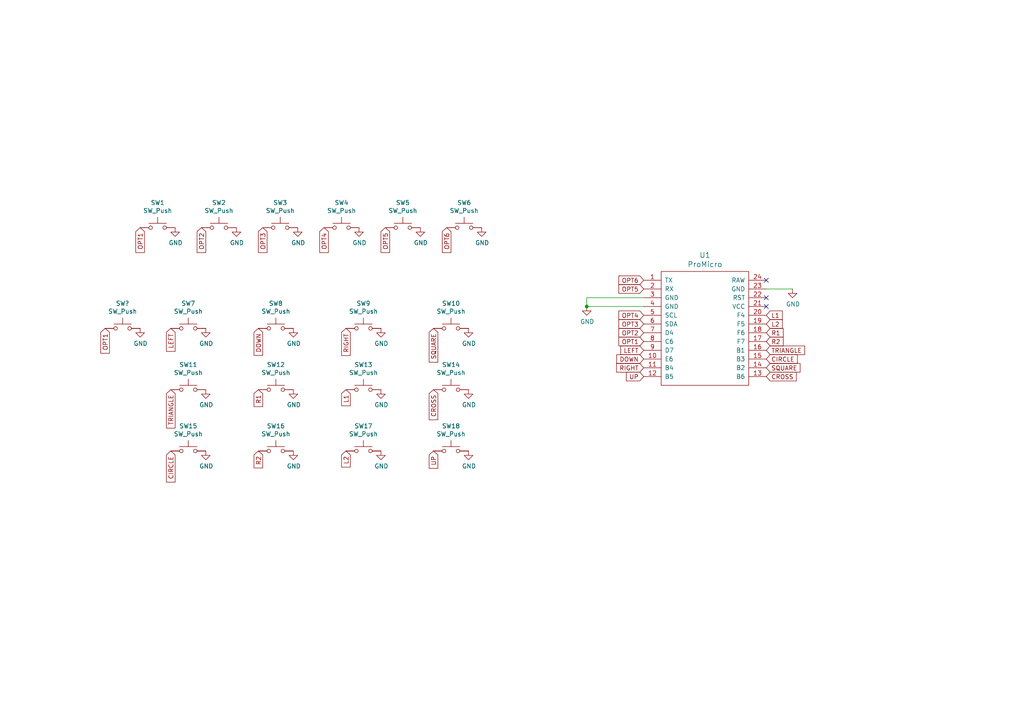
<source format=kicad_sch>
(kicad_sch (version 20211123) (generator eeschema)

  (uuid eb0d7aba-9d1d-4c08-8c07-1918544c3f39)

  (paper "A4")

  (lib_symbols
    (symbol "ProMicro:ProMicro" (pin_names (offset 1.016)) (in_bom yes) (on_board yes)
      (property "Reference" "U" (id 0) (at 0 24.13 0)
        (effects (font (size 1.524 1.524)))
      )
      (property "Value" "ProMicro" (id 1) (at 0 -13.97 0)
        (effects (font (size 1.524 1.524)))
      )
      (property "Footprint" "" (id 2) (at 2.54 -26.67 0)
        (effects (font (size 1.524 1.524)))
      )
      (property "Datasheet" "" (id 3) (at 2.54 -26.67 0)
        (effects (font (size 1.524 1.524)))
      )
      (symbol "ProMicro_0_1"
        (rectangle (start -12.7 21.59) (end 12.7 -11.43)
          (stroke (width 0) (type default) (color 0 0 0 0))
          (fill (type none))
        )
      )
      (symbol "ProMicro_1_1"
        (pin bidirectional line (at -17.78 19.05 0) (length 5.08)
          (name "TX" (effects (font (size 1.27 1.27))))
          (number "1" (effects (font (size 1.27 1.27))))
        )
        (pin bidirectional line (at -17.78 -3.81 0) (length 5.08)
          (name "E6" (effects (font (size 1.27 1.27))))
          (number "10" (effects (font (size 1.27 1.27))))
        )
        (pin bidirectional line (at -17.78 -6.35 0) (length 5.08)
          (name "B4" (effects (font (size 1.27 1.27))))
          (number "11" (effects (font (size 1.27 1.27))))
        )
        (pin bidirectional line (at -17.78 -8.89 0) (length 5.08)
          (name "B5" (effects (font (size 1.27 1.27))))
          (number "12" (effects (font (size 1.27 1.27))))
        )
        (pin bidirectional line (at 17.78 -8.89 180) (length 5.08)
          (name "B6" (effects (font (size 1.27 1.27))))
          (number "13" (effects (font (size 1.27 1.27))))
        )
        (pin bidirectional line (at 17.78 -6.35 180) (length 5.08)
          (name "B2" (effects (font (size 1.27 1.27))))
          (number "14" (effects (font (size 1.27 1.27))))
        )
        (pin bidirectional line (at 17.78 -3.81 180) (length 5.08)
          (name "B3" (effects (font (size 1.27 1.27))))
          (number "15" (effects (font (size 1.27 1.27))))
        )
        (pin bidirectional line (at 17.78 -1.27 180) (length 5.08)
          (name "B1" (effects (font (size 1.27 1.27))))
          (number "16" (effects (font (size 1.27 1.27))))
        )
        (pin bidirectional line (at 17.78 1.27 180) (length 5.08)
          (name "F7" (effects (font (size 1.27 1.27))))
          (number "17" (effects (font (size 1.27 1.27))))
        )
        (pin bidirectional line (at 17.78 3.81 180) (length 5.08)
          (name "F6" (effects (font (size 1.27 1.27))))
          (number "18" (effects (font (size 1.27 1.27))))
        )
        (pin bidirectional line (at 17.78 6.35 180) (length 5.08)
          (name "F5" (effects (font (size 1.27 1.27))))
          (number "19" (effects (font (size 1.27 1.27))))
        )
        (pin bidirectional line (at -17.78 16.51 0) (length 5.08)
          (name "RX" (effects (font (size 1.27 1.27))))
          (number "2" (effects (font (size 1.27 1.27))))
        )
        (pin bidirectional line (at 17.78 8.89 180) (length 5.08)
          (name "F4" (effects (font (size 1.27 1.27))))
          (number "20" (effects (font (size 1.27 1.27))))
        )
        (pin power_in line (at 17.78 11.43 180) (length 5.08)
          (name "VCC" (effects (font (size 1.27 1.27))))
          (number "21" (effects (font (size 1.27 1.27))))
        )
        (pin input line (at 17.78 13.97 180) (length 5.08)
          (name "RST" (effects (font (size 1.27 1.27))))
          (number "22" (effects (font (size 1.27 1.27))))
        )
        (pin power_in line (at 17.78 16.51 180) (length 5.08)
          (name "GND" (effects (font (size 1.27 1.27))))
          (number "23" (effects (font (size 1.27 1.27))))
        )
        (pin power_out line (at 17.78 19.05 180) (length 5.08)
          (name "RAW" (effects (font (size 1.27 1.27))))
          (number "24" (effects (font (size 1.27 1.27))))
        )
        (pin power_in line (at -17.78 13.97 0) (length 5.08)
          (name "GND" (effects (font (size 1.27 1.27))))
          (number "3" (effects (font (size 1.27 1.27))))
        )
        (pin power_in line (at -17.78 11.43 0) (length 5.08)
          (name "GND" (effects (font (size 1.27 1.27))))
          (number "4" (effects (font (size 1.27 1.27))))
        )
        (pin bidirectional line (at -17.78 8.89 0) (length 5.08)
          (name "SCL" (effects (font (size 1.27 1.27))))
          (number "5" (effects (font (size 1.27 1.27))))
        )
        (pin bidirectional line (at -17.78 6.35 0) (length 5.08)
          (name "SDA" (effects (font (size 1.27 1.27))))
          (number "6" (effects (font (size 1.27 1.27))))
        )
        (pin bidirectional line (at -17.78 3.81 0) (length 5.08)
          (name "D4" (effects (font (size 1.27 1.27))))
          (number "7" (effects (font (size 1.27 1.27))))
        )
        (pin bidirectional line (at -17.78 1.27 0) (length 5.08)
          (name "C6" (effects (font (size 1.27 1.27))))
          (number "8" (effects (font (size 1.27 1.27))))
        )
        (pin bidirectional line (at -17.78 -1.27 0) (length 5.08)
          (name "D7" (effects (font (size 1.27 1.27))))
          (number "9" (effects (font (size 1.27 1.27))))
        )
      )
    )
    (symbol "Switch:SW_Push" (pin_numbers hide) (pin_names (offset 1.016) hide) (in_bom yes) (on_board yes)
      (property "Reference" "SW" (id 0) (at 1.27 2.54 0)
        (effects (font (size 1.27 1.27)) (justify left))
      )
      (property "Value" "SW_Push" (id 1) (at 0 -1.524 0)
        (effects (font (size 1.27 1.27)))
      )
      (property "Footprint" "" (id 2) (at 0 5.08 0)
        (effects (font (size 1.27 1.27)) hide)
      )
      (property "Datasheet" "~" (id 3) (at 0 5.08 0)
        (effects (font (size 1.27 1.27)) hide)
      )
      (property "ki_keywords" "switch normally-open pushbutton push-button" (id 4) (at 0 0 0)
        (effects (font (size 1.27 1.27)) hide)
      )
      (property "ki_description" "Push button switch, generic, two pins" (id 5) (at 0 0 0)
        (effects (font (size 1.27 1.27)) hide)
      )
      (symbol "SW_Push_0_1"
        (circle (center -2.032 0) (radius 0.508)
          (stroke (width 0) (type default) (color 0 0 0 0))
          (fill (type none))
        )
        (polyline
          (pts
            (xy 0 1.27)
            (xy 0 3.048)
          )
          (stroke (width 0) (type default) (color 0 0 0 0))
          (fill (type none))
        )
        (polyline
          (pts
            (xy 2.54 1.27)
            (xy -2.54 1.27)
          )
          (stroke (width 0) (type default) (color 0 0 0 0))
          (fill (type none))
        )
        (circle (center 2.032 0) (radius 0.508)
          (stroke (width 0) (type default) (color 0 0 0 0))
          (fill (type none))
        )
        (pin passive line (at -5.08 0 0) (length 2.54)
          (name "1" (effects (font (size 1.27 1.27))))
          (number "1" (effects (font (size 1.27 1.27))))
        )
        (pin passive line (at 5.08 0 180) (length 2.54)
          (name "2" (effects (font (size 1.27 1.27))))
          (number "2" (effects (font (size 1.27 1.27))))
        )
      )
    )
    (symbol "power:GND" (power) (pin_names (offset 0)) (in_bom yes) (on_board yes)
      (property "Reference" "#PWR" (id 0) (at 0 -6.35 0)
        (effects (font (size 1.27 1.27)) hide)
      )
      (property "Value" "GND" (id 1) (at 0 -3.81 0)
        (effects (font (size 1.27 1.27)))
      )
      (property "Footprint" "" (id 2) (at 0 0 0)
        (effects (font (size 1.27 1.27)) hide)
      )
      (property "Datasheet" "" (id 3) (at 0 0 0)
        (effects (font (size 1.27 1.27)) hide)
      )
      (property "ki_keywords" "power-flag" (id 4) (at 0 0 0)
        (effects (font (size 1.27 1.27)) hide)
      )
      (property "ki_description" "Power symbol creates a global label with name \"GND\" , ground" (id 5) (at 0 0 0)
        (effects (font (size 1.27 1.27)) hide)
      )
      (symbol "GND_0_1"
        (polyline
          (pts
            (xy 0 0)
            (xy 0 -1.27)
            (xy 1.27 -1.27)
            (xy 0 -2.54)
            (xy -1.27 -1.27)
            (xy 0 -1.27)
          )
          (stroke (width 0) (type default) (color 0 0 0 0))
          (fill (type none))
        )
      )
      (symbol "GND_1_1"
        (pin power_in line (at 0 0 270) (length 0) hide
          (name "GND" (effects (font (size 1.27 1.27))))
          (number "1" (effects (font (size 1.27 1.27))))
        )
      )
    )
  )

  (junction (at 170.18 88.9) (diameter 0) (color 0 0 0 0)
    (uuid 9397be4c-55a4-4195-b561-45e1965650cb)
  )

  (no_connect (at 222.25 81.28) (uuid 238584b9-686b-4ce1-8d0a-e82ff8147448))
  (no_connect (at 222.25 88.9) (uuid 46b9b8d4-056f-4085-b3ee-f4c877f78e2c))
  (no_connect (at 222.25 86.36) (uuid 82d762ae-d9b6-4f0a-8680-341cea44a04f))

  (wire (pts (xy 170.18 88.9) (xy 186.69 88.9))
    (stroke (width 0) (type default) (color 0 0 0 0))
    (uuid 0b62f18d-5693-408d-8604-8a518065ae4e)
  )
  (wire (pts (xy 170.18 86.36) (xy 186.69 86.36))
    (stroke (width 0) (type default) (color 0 0 0 0))
    (uuid 17da2aaf-a2f2-47a1-a4d9-7a64e7df08d8)
  )
  (wire (pts (xy 170.18 86.36) (xy 170.18 88.9))
    (stroke (width 0) (type default) (color 0 0 0 0))
    (uuid 1c074a58-821c-43ab-971c-9c34930def9c)
  )
  (wire (pts (xy 222.25 83.82) (xy 229.87 83.82))
    (stroke (width 0) (type default) (color 0 0 0 0))
    (uuid b1fbf8b1-2128-4b96-907e-92eff8008252)
  )

  (global_label "OPT6" (shape input) (at 186.69 81.28 180) (fields_autoplaced)
    (effects (font (size 1.27 1.27)) (justify right))
    (uuid 02e27ee6-4181-4de3-b710-0b2ea93e759e)
    (property "Intersheet References" "${INTERSHEET_REFS}" (id 0) (at 0 0 0)
      (effects (font (size 1.27 1.27)) hide)
    )
  )
  (global_label "OPT4" (shape input) (at 186.69 91.44 180) (fields_autoplaced)
    (effects (font (size 1.27 1.27)) (justify right))
    (uuid 1628d288-e051-46f8-9cdc-1a47da2f561b)
    (property "Intersheet References" "${INTERSHEET_REFS}" (id 0) (at 0 0 0)
      (effects (font (size 1.27 1.27)) hide)
    )
  )
  (global_label "SQUARE" (shape input) (at 222.25 106.68 0) (fields_autoplaced)
    (effects (font (size 1.27 1.27)) (justify left))
    (uuid 164ff5a8-d646-4c3d-99dd-d57695b2b0c4)
    (property "Intersheet References" "${INTERSHEET_REFS}" (id 0) (at 0 0 0)
      (effects (font (size 1.27 1.27)) hide)
    )
  )
  (global_label "RIGHT" (shape input) (at 100.33 95.25 270) (fields_autoplaced)
    (effects (font (size 1.27 1.27)) (justify right))
    (uuid 1acb4d8b-4b58-4445-9cd9-ec1824c1be87)
    (property "Intersheet References" "${INTERSHEET_REFS}" (id 0) (at 0 0 0)
      (effects (font (size 1.27 1.27)) hide)
    )
  )
  (global_label "DOWN" (shape input) (at 186.69 104.14 180) (fields_autoplaced)
    (effects (font (size 1.27 1.27)) (justify right))
    (uuid 22cdea5c-9a3b-44d9-bf11-5197a87f5adf)
    (property "Intersheet References" "${INTERSHEET_REFS}" (id 0) (at 0 0 0)
      (effects (font (size 1.27 1.27)) hide)
    )
  )
  (global_label "LEFT" (shape input) (at 49.53 95.25 270) (fields_autoplaced)
    (effects (font (size 1.27 1.27)) (justify right))
    (uuid 3402a745-f3ee-4d2d-be22-c14474bd87c0)
    (property "Intersheet References" "${INTERSHEET_REFS}" (id 0) (at 0 0 0)
      (effects (font (size 1.27 1.27)) hide)
    )
  )
  (global_label "OPT2" (shape input) (at 186.69 96.52 180) (fields_autoplaced)
    (effects (font (size 1.27 1.27)) (justify right))
    (uuid 43c290e5-059d-4245-b1a7-1d4543e75899)
    (property "Intersheet References" "${INTERSHEET_REFS}" (id 0) (at 0 0 0)
      (effects (font (size 1.27 1.27)) hide)
    )
  )
  (global_label "UP" (shape input) (at 125.73 130.81 270) (fields_autoplaced)
    (effects (font (size 1.27 1.27)) (justify right))
    (uuid 43d19ca3-58dd-4672-b426-d879076dcc05)
    (property "Intersheet References" "${INTERSHEET_REFS}" (id 0) (at 0 0 0)
      (effects (font (size 1.27 1.27)) hide)
    )
  )
  (global_label "L2" (shape input) (at 100.33 130.81 270) (fields_autoplaced)
    (effects (font (size 1.27 1.27)) (justify right))
    (uuid 448530e5-0d1e-4a37-8daa-ba5a4b9b4ee7)
    (property "Intersheet References" "${INTERSHEET_REFS}" (id 0) (at 0 0 0)
      (effects (font (size 1.27 1.27)) hide)
    )
  )
  (global_label "CROSS" (shape input) (at 222.25 109.22 0) (fields_autoplaced)
    (effects (font (size 1.27 1.27)) (justify left))
    (uuid 46d58943-6202-4480-a7d0-7e5e655225c3)
    (property "Intersheet References" "${INTERSHEET_REFS}" (id 0) (at 0 0 0)
      (effects (font (size 1.27 1.27)) hide)
    )
  )
  (global_label "OPT5" (shape input) (at 111.76 66.04 270) (fields_autoplaced)
    (effects (font (size 1.27 1.27)) (justify right))
    (uuid 49e4c685-76ec-479f-b1d0-c3f5966d5590)
    (property "Intersheet References" "${INTERSHEET_REFS}" (id 0) (at 0 0 0)
      (effects (font (size 1.27 1.27)) hide)
    )
  )
  (global_label "TRIANGLE" (shape input) (at 222.25 101.6 0) (fields_autoplaced)
    (effects (font (size 1.27 1.27)) (justify left))
    (uuid 4c550feb-6b23-4e76-9859-0d01aea4f7fc)
    (property "Intersheet References" "${INTERSHEET_REFS}" (id 0) (at 0 0 0)
      (effects (font (size 1.27 1.27)) hide)
    )
  )
  (global_label "OPT6" (shape input) (at 129.54 66.04 270) (fields_autoplaced)
    (effects (font (size 1.27 1.27)) (justify right))
    (uuid 4f8e0dd7-a44e-45ac-962b-5b10e0faae6b)
    (property "Intersheet References" "${INTERSHEET_REFS}" (id 0) (at 0 0 0)
      (effects (font (size 1.27 1.27)) hide)
    )
  )
  (global_label "OPT4" (shape input) (at 93.98 66.04 270) (fields_autoplaced)
    (effects (font (size 1.27 1.27)) (justify right))
    (uuid 5575a6ec-5e03-442c-a090-354ce8b7d0d0)
    (property "Intersheet References" "${INTERSHEET_REFS}" (id 0) (at 0 0 0)
      (effects (font (size 1.27 1.27)) hide)
    )
  )
  (global_label "OPT3" (shape input) (at 76.2 66.04 270) (fields_autoplaced)
    (effects (font (size 1.27 1.27)) (justify right))
    (uuid 5ce58bc3-0b8e-46ad-83d6-27f05b340cbd)
    (property "Intersheet References" "${INTERSHEET_REFS}" (id 0) (at 0 0 0)
      (effects (font (size 1.27 1.27)) hide)
    )
  )
  (global_label "UP" (shape input) (at 186.69 109.22 180) (fields_autoplaced)
    (effects (font (size 1.27 1.27)) (justify right))
    (uuid 65a5a91e-0d7a-470f-a495-3853957c9f45)
    (property "Intersheet References" "${INTERSHEET_REFS}" (id 0) (at 0 0 0)
      (effects (font (size 1.27 1.27)) hide)
    )
  )
  (global_label "SQUARE" (shape input) (at 125.73 95.25 270) (fields_autoplaced)
    (effects (font (size 1.27 1.27)) (justify right))
    (uuid 6d769994-a17c-4fc1-b0d7-f1315219860e)
    (property "Intersheet References" "${INTERSHEET_REFS}" (id 0) (at 0 0 0)
      (effects (font (size 1.27 1.27)) hide)
    )
  )
  (global_label "RIGHT" (shape input) (at 186.69 106.68 180) (fields_autoplaced)
    (effects (font (size 1.27 1.27)) (justify right))
    (uuid 7820d916-d9cd-4eb7-b73b-4c6bf39437a0)
    (property "Intersheet References" "${INTERSHEET_REFS}" (id 0) (at 0 0 0)
      (effects (font (size 1.27 1.27)) hide)
    )
  )
  (global_label "R2" (shape input) (at 222.25 99.06 0) (fields_autoplaced)
    (effects (font (size 1.27 1.27)) (justify left))
    (uuid 8abf9c5d-ea02-464a-ac26-0a0f95ca1952)
    (property "Intersheet References" "${INTERSHEET_REFS}" (id 0) (at 0 0 0)
      (effects (font (size 1.27 1.27)) hide)
    )
  )
  (global_label "R1" (shape input) (at 222.25 96.52 0) (fields_autoplaced)
    (effects (font (size 1.27 1.27)) (justify left))
    (uuid 9277fbb3-12c2-4cb2-83bf-c21424f327ec)
    (property "Intersheet References" "${INTERSHEET_REFS}" (id 0) (at 0 0 0)
      (effects (font (size 1.27 1.27)) hide)
    )
  )
  (global_label "R1" (shape input) (at 74.93 113.03 270) (fields_autoplaced)
    (effects (font (size 1.27 1.27)) (justify right))
    (uuid 95b32bf0-65f3-426c-a9ed-8e1936af7bee)
    (property "Intersheet References" "${INTERSHEET_REFS}" (id 0) (at 0 0 0)
      (effects (font (size 1.27 1.27)) hide)
    )
  )
  (global_label "OPT1" (shape input) (at 186.69 99.06 180) (fields_autoplaced)
    (effects (font (size 1.27 1.27)) (justify right))
    (uuid 9c84f8d0-4ffb-4127-951e-65f1fa65e69b)
    (property "Intersheet References" "${INTERSHEET_REFS}" (id 0) (at 0 0 0)
      (effects (font (size 1.27 1.27)) hide)
    )
  )
  (global_label "L2" (shape input) (at 222.25 93.98 0) (fields_autoplaced)
    (effects (font (size 1.27 1.27)) (justify left))
    (uuid a0eb2656-33f8-4544-836b-d71f27d12c84)
    (property "Intersheet References" "${INTERSHEET_REFS}" (id 0) (at 0 0 0)
      (effects (font (size 1.27 1.27)) hide)
    )
  )
  (global_label "OPT1" (shape input) (at 40.64 66.04 270) (fields_autoplaced)
    (effects (font (size 1.27 1.27)) (justify right))
    (uuid ab1180fa-c484-4ae7-b260-a92e280f1043)
    (property "Intersheet References" "${INTERSHEET_REFS}" (id 0) (at 0 0 0)
      (effects (font (size 1.27 1.27)) hide)
    )
  )
  (global_label "CIRCLE" (shape input) (at 49.53 130.81 270) (fields_autoplaced)
    (effects (font (size 1.27 1.27)) (justify right))
    (uuid ad758bf6-4a38-484e-8d93-4ba1ca27e5b2)
    (property "Intersheet References" "${INTERSHEET_REFS}" (id 0) (at 0 0 0)
      (effects (font (size 1.27 1.27)) hide)
    )
  )
  (global_label "DOWN" (shape input) (at 74.93 95.25 270) (fields_autoplaced)
    (effects (font (size 1.27 1.27)) (justify right))
    (uuid be7bf306-ca2f-4ff2-ae08-02d78c22b7d0)
    (property "Intersheet References" "${INTERSHEET_REFS}" (id 0) (at 0 0 0)
      (effects (font (size 1.27 1.27)) hide)
    )
  )
  (global_label "LEFT" (shape input) (at 186.69 101.6 180) (fields_autoplaced)
    (effects (font (size 1.27 1.27)) (justify right))
    (uuid c3617240-2d91-4faa-85a8-f690f621d4ce)
    (property "Intersheet References" "${INTERSHEET_REFS}" (id 0) (at 0 0 0)
      (effects (font (size 1.27 1.27)) hide)
    )
  )
  (global_label "L1" (shape input) (at 100.33 113.03 270) (fields_autoplaced)
    (effects (font (size 1.27 1.27)) (justify right))
    (uuid cda2a556-ee91-4af0-a605-9d65c3ed2802)
    (property "Intersheet References" "${INTERSHEET_REFS}" (id 0) (at 0 0 0)
      (effects (font (size 1.27 1.27)) hide)
    )
  )
  (global_label "OPT5" (shape input) (at 186.69 83.82 180) (fields_autoplaced)
    (effects (font (size 1.27 1.27)) (justify right))
    (uuid d087e1da-8620-46e1-94aa-68a639bd3cd8)
    (property "Intersheet References" "${INTERSHEET_REFS}" (id 0) (at 0 0 0)
      (effects (font (size 1.27 1.27)) hide)
    )
  )
  (global_label "CIRCLE" (shape input) (at 222.25 104.14 0) (fields_autoplaced)
    (effects (font (size 1.27 1.27)) (justify left))
    (uuid d42f9a3d-65fc-471a-af2d-102ad8d71cc4)
    (property "Intersheet References" "${INTERSHEET_REFS}" (id 0) (at 0 0 0)
      (effects (font (size 1.27 1.27)) hide)
    )
  )
  (global_label "R2" (shape input) (at 74.93 130.81 270) (fields_autoplaced)
    (effects (font (size 1.27 1.27)) (justify right))
    (uuid d60d36c0-b4e0-452f-b4b9-9c730d73ef6e)
    (property "Intersheet References" "${INTERSHEET_REFS}" (id 0) (at 0 0 0)
      (effects (font (size 1.27 1.27)) hide)
    )
  )
  (global_label "TRIANGLE" (shape input) (at 49.53 113.03 270) (fields_autoplaced)
    (effects (font (size 1.27 1.27)) (justify right))
    (uuid de938d01-58d7-46db-b59d-b6f3485288b4)
    (property "Intersheet References" "${INTERSHEET_REFS}" (id 0) (at 0 0 0)
      (effects (font (size 1.27 1.27)) hide)
    )
  )
  (global_label "OPT3" (shape input) (at 186.69 93.98 180) (fields_autoplaced)
    (effects (font (size 1.27 1.27)) (justify right))
    (uuid ec6008cc-6d6c-4edf-8d7c-f40b935b0ae1)
    (property "Intersheet References" "${INTERSHEET_REFS}" (id 0) (at 0 0 0)
      (effects (font (size 1.27 1.27)) hide)
    )
  )
  (global_label "OPT2" (shape input) (at 58.42 66.04 270) (fields_autoplaced)
    (effects (font (size 1.27 1.27)) (justify right))
    (uuid eca6a393-8548-460f-b4ed-d69f3e6eb7dd)
    (property "Intersheet References" "${INTERSHEET_REFS}" (id 0) (at 0 0 0)
      (effects (font (size 1.27 1.27)) hide)
    )
  )
  (global_label "L1" (shape input) (at 222.25 91.44 0) (fields_autoplaced)
    (effects (font (size 1.27 1.27)) (justify left))
    (uuid ee5ddbd9-fb30-4c66-9989-8110ece7e990)
    (property "Intersheet References" "${INTERSHEET_REFS}" (id 0) (at 0 0 0)
      (effects (font (size 1.27 1.27)) hide)
    )
  )
  (global_label "CROSS" (shape input) (at 125.73 113.03 270) (fields_autoplaced)
    (effects (font (size 1.27 1.27)) (justify right))
    (uuid f3729d26-e1ad-4491-9b0f-46f08758de1f)
    (property "Intersheet References" "${INTERSHEET_REFS}" (id 0) (at 0 0 0)
      (effects (font (size 1.27 1.27)) hide)
    )
  )
  (global_label "OPT1" (shape input) (at 30.48 95.25 270) (fields_autoplaced)
    (effects (font (size 1.27 1.27)) (justify right))
    (uuid f39e1659-ea83-4d29-b8a8-42bbb49e3528)
    (property "Intersheet References" "${INTERSHEET_REFS}" (id 0) (at 30.4006 102.3518 90)
      (effects (font (size 1.27 1.27)) (justify right) hide)
    )
  )

  (symbol (lib_id "Switch:SW_Push") (at 45.72 66.04 0) (unit 1)
    (in_bom yes) (on_board yes)
    (uuid 00000000-0000-0000-0000-000060e24ed8)
    (property "Reference" "SW1" (id 0) (at 45.72 58.801 0))
    (property "Value" "" (id 1) (at 45.72 61.1124 0))
    (property "Footprint" "Button_Switch_THT:SW_PUSH_6mm_H5mm" (id 2) (at 45.72 60.96 0)
      (effects (font (size 1.27 1.27)) hide)
    )
    (property "Datasheet" "~" (id 3) (at 45.72 60.96 0)
      (effects (font (size 1.27 1.27)) hide)
    )
    (pin "1" (uuid d8abdd83-8277-4fe6-8ec8-4914b4dd44ad))
    (pin "2" (uuid bcbbb500-fb2f-4bae-8868-db70b3404200))
  )

  (symbol (lib_id "Switch:SW_Push") (at 63.5 66.04 0) (unit 1)
    (in_bom yes) (on_board yes)
    (uuid 00000000-0000-0000-0000-000060e26611)
    (property "Reference" "SW2" (id 0) (at 63.5 58.801 0))
    (property "Value" "" (id 1) (at 63.5 61.1124 0))
    (property "Footprint" "Button_Switch_THT:SW_PUSH_6mm_H5mm" (id 2) (at 63.5 60.96 0)
      (effects (font (size 1.27 1.27)) hide)
    )
    (property "Datasheet" "~" (id 3) (at 63.5 60.96 0)
      (effects (font (size 1.27 1.27)) hide)
    )
    (pin "1" (uuid 1e14d6d1-0d97-4be9-91d8-515ee512759b))
    (pin "2" (uuid f1a6dd09-0289-4227-a86b-58c494fad5f5))
  )

  (symbol (lib_id "Switch:SW_Push") (at 81.28 66.04 0) (unit 1)
    (in_bom yes) (on_board yes)
    (uuid 00000000-0000-0000-0000-000060e26c90)
    (property "Reference" "SW3" (id 0) (at 81.28 58.801 0))
    (property "Value" "" (id 1) (at 81.28 61.1124 0))
    (property "Footprint" "Button_Switch_THT:SW_PUSH_6mm_H5mm" (id 2) (at 81.28 60.96 0)
      (effects (font (size 1.27 1.27)) hide)
    )
    (property "Datasheet" "~" (id 3) (at 81.28 60.96 0)
      (effects (font (size 1.27 1.27)) hide)
    )
    (pin "1" (uuid 80d94372-821b-41d9-b8b5-aaac135925a7))
    (pin "2" (uuid be5493fe-9b60-48c9-8da9-1fcd8350bd6a))
  )

  (symbol (lib_id "Switch:SW_Push") (at 99.06 66.04 0) (unit 1)
    (in_bom yes) (on_board yes)
    (uuid 00000000-0000-0000-0000-000060e272b9)
    (property "Reference" "SW4" (id 0) (at 99.06 58.801 0))
    (property "Value" "" (id 1) (at 99.06 61.1124 0))
    (property "Footprint" "Button_Switch_THT:SW_PUSH_6mm_H5mm" (id 2) (at 99.06 60.96 0)
      (effects (font (size 1.27 1.27)) hide)
    )
    (property "Datasheet" "~" (id 3) (at 99.06 60.96 0)
      (effects (font (size 1.27 1.27)) hide)
    )
    (pin "1" (uuid 9de88e4e-847e-42d1-bd3e-2d3b176bd4c9))
    (pin "2" (uuid a204e877-c3e0-47f0-8549-5c3e69a19a60))
  )

  (symbol (lib_id "Switch:SW_Push") (at 116.84 66.04 0) (unit 1)
    (in_bom yes) (on_board yes)
    (uuid 00000000-0000-0000-0000-000060e27d9a)
    (property "Reference" "SW5" (id 0) (at 116.84 58.801 0))
    (property "Value" "" (id 1) (at 116.84 61.1124 0))
    (property "Footprint" "Button_Switch_THT:SW_PUSH_6mm_H5mm" (id 2) (at 116.84 60.96 0)
      (effects (font (size 1.27 1.27)) hide)
    )
    (property "Datasheet" "~" (id 3) (at 116.84 60.96 0)
      (effects (font (size 1.27 1.27)) hide)
    )
    (pin "1" (uuid 6497620a-2ca5-469a-8882-cc4c731c7112))
    (pin "2" (uuid 985d42bc-3016-4c19-9d8d-a1ff2aabe2b9))
  )

  (symbol (lib_id "Switch:SW_Push") (at 134.62 66.04 0) (unit 1)
    (in_bom yes) (on_board yes)
    (uuid 00000000-0000-0000-0000-000060e28459)
    (property "Reference" "SW6" (id 0) (at 134.62 58.801 0))
    (property "Value" "" (id 1) (at 134.62 61.1124 0))
    (property "Footprint" "Button_Switch_THT:SW_PUSH_6mm_H5mm" (id 2) (at 134.62 60.96 0)
      (effects (font (size 1.27 1.27)) hide)
    )
    (property "Datasheet" "~" (id 3) (at 134.62 60.96 0)
      (effects (font (size 1.27 1.27)) hide)
    )
    (pin "1" (uuid 44a58e62-ea10-44b3-96d9-fdbcc5c80684))
    (pin "2" (uuid a648f467-d002-4982-a051-8a304348228c))
  )

  (symbol (lib_id "power:GND") (at 50.8 66.04 0) (unit 1)
    (in_bom yes) (on_board yes)
    (uuid 00000000-0000-0000-0000-000060e28d2f)
    (property "Reference" "#PWR01" (id 0) (at 50.8 72.39 0)
      (effects (font (size 1.27 1.27)) hide)
    )
    (property "Value" "" (id 1) (at 50.927 70.4342 0))
    (property "Footprint" "" (id 2) (at 50.8 66.04 0)
      (effects (font (size 1.27 1.27)) hide)
    )
    (property "Datasheet" "" (id 3) (at 50.8 66.04 0)
      (effects (font (size 1.27 1.27)) hide)
    )
    (pin "1" (uuid e798f591-dfd0-4275-9cb1-80f855c1e82b))
  )

  (symbol (lib_id "power:GND") (at 68.58 66.04 0) (unit 1)
    (in_bom yes) (on_board yes)
    (uuid 00000000-0000-0000-0000-000060e29d12)
    (property "Reference" "#PWR02" (id 0) (at 68.58 72.39 0)
      (effects (font (size 1.27 1.27)) hide)
    )
    (property "Value" "" (id 1) (at 68.707 70.4342 0))
    (property "Footprint" "" (id 2) (at 68.58 66.04 0)
      (effects (font (size 1.27 1.27)) hide)
    )
    (property "Datasheet" "" (id 3) (at 68.58 66.04 0)
      (effects (font (size 1.27 1.27)) hide)
    )
    (pin "1" (uuid 93b682ba-ea36-497f-8a86-3f804fa4e49a))
  )

  (symbol (lib_id "power:GND") (at 86.36 66.04 0) (unit 1)
    (in_bom yes) (on_board yes)
    (uuid 00000000-0000-0000-0000-000060e29ffb)
    (property "Reference" "#PWR03" (id 0) (at 86.36 72.39 0)
      (effects (font (size 1.27 1.27)) hide)
    )
    (property "Value" "" (id 1) (at 86.487 70.4342 0))
    (property "Footprint" "" (id 2) (at 86.36 66.04 0)
      (effects (font (size 1.27 1.27)) hide)
    )
    (property "Datasheet" "" (id 3) (at 86.36 66.04 0)
      (effects (font (size 1.27 1.27)) hide)
    )
    (pin "1" (uuid b7b27b3d-8c05-4abe-b8f4-df17d90ca44a))
  )

  (symbol (lib_id "power:GND") (at 104.14 66.04 0) (unit 1)
    (in_bom yes) (on_board yes)
    (uuid 00000000-0000-0000-0000-000060e2a2ed)
    (property "Reference" "#PWR04" (id 0) (at 104.14 72.39 0)
      (effects (font (size 1.27 1.27)) hide)
    )
    (property "Value" "" (id 1) (at 104.267 70.4342 0))
    (property "Footprint" "" (id 2) (at 104.14 66.04 0)
      (effects (font (size 1.27 1.27)) hide)
    )
    (property "Datasheet" "" (id 3) (at 104.14 66.04 0)
      (effects (font (size 1.27 1.27)) hide)
    )
    (pin "1" (uuid 4a1053c9-80e7-4852-8d7d-9ad9789c2dcc))
  )

  (symbol (lib_id "power:GND") (at 121.92 66.04 0) (unit 1)
    (in_bom yes) (on_board yes)
    (uuid 00000000-0000-0000-0000-000060e2a66e)
    (property "Reference" "#PWR05" (id 0) (at 121.92 72.39 0)
      (effects (font (size 1.27 1.27)) hide)
    )
    (property "Value" "" (id 1) (at 122.047 70.4342 0))
    (property "Footprint" "" (id 2) (at 121.92 66.04 0)
      (effects (font (size 1.27 1.27)) hide)
    )
    (property "Datasheet" "" (id 3) (at 121.92 66.04 0)
      (effects (font (size 1.27 1.27)) hide)
    )
    (pin "1" (uuid 5077d798-ad08-4bb0-baa2-42052a097bd1))
  )

  (symbol (lib_id "power:GND") (at 139.7 66.04 0) (unit 1)
    (in_bom yes) (on_board yes)
    (uuid 00000000-0000-0000-0000-000060e2a9fe)
    (property "Reference" "#PWR06" (id 0) (at 139.7 72.39 0)
      (effects (font (size 1.27 1.27)) hide)
    )
    (property "Value" "" (id 1) (at 139.827 70.4342 0))
    (property "Footprint" "" (id 2) (at 139.7 66.04 0)
      (effects (font (size 1.27 1.27)) hide)
    )
    (property "Datasheet" "" (id 3) (at 139.7 66.04 0)
      (effects (font (size 1.27 1.27)) hide)
    )
    (pin "1" (uuid c0e6b501-4f0d-4da7-8127-06b0ea59c9b8))
  )

  (symbol (lib_id "Switch:SW_Push") (at 54.61 95.25 0) (unit 1)
    (in_bom yes) (on_board yes)
    (uuid 00000000-0000-0000-0000-000060ebc7d7)
    (property "Reference" "SW7" (id 0) (at 54.61 88.011 0))
    (property "Value" "" (id 1) (at 54.61 90.3224 0))
    (property "Footprint" "Kailh:Kailh_socket_PG1350_optional" (id 2) (at 54.61 90.17 0)
      (effects (font (size 1.27 1.27)) hide)
    )
    (property "Datasheet" "~" (id 3) (at 54.61 90.17 0)
      (effects (font (size 1.27 1.27)) hide)
    )
    (pin "1" (uuid 9b1401fa-12e7-4a3e-b5f5-b131d3d7e8aa))
    (pin "2" (uuid 5a33393b-a4e3-48f7-86a4-5a59914c3ab7))
  )

  (symbol (lib_id "Switch:SW_Push") (at 130.81 130.81 0) (unit 1)
    (in_bom yes) (on_board yes)
    (uuid 00000000-0000-0000-0000-000060ec0151)
    (property "Reference" "SW18" (id 0) (at 130.81 123.571 0))
    (property "Value" "" (id 1) (at 130.81 125.8824 0))
    (property "Footprint" "Kailh:Kailh_socket_PG1350_optional" (id 2) (at 130.81 125.73 0)
      (effects (font (size 1.27 1.27)) hide)
    )
    (property "Datasheet" "~" (id 3) (at 130.81 125.73 0)
      (effects (font (size 1.27 1.27)) hide)
    )
    (pin "1" (uuid 0b2fa373-a5b1-4f8b-b8a2-2cb4da8ca230))
    (pin "2" (uuid 045c09f5-cec4-4130-91c1-f88b2e4f7860))
  )

  (symbol (lib_id "Switch:SW_Push") (at 80.01 113.03 0) (unit 1)
    (in_bom yes) (on_board yes)
    (uuid 00000000-0000-0000-0000-000060ec0bb3)
    (property "Reference" "SW12" (id 0) (at 80.01 105.791 0))
    (property "Value" "" (id 1) (at 80.01 108.1024 0))
    (property "Footprint" "Kailh:Kailh_socket_PG1350_optional" (id 2) (at 80.01 107.95 0)
      (effects (font (size 1.27 1.27)) hide)
    )
    (property "Datasheet" "~" (id 3) (at 80.01 107.95 0)
      (effects (font (size 1.27 1.27)) hide)
    )
    (pin "1" (uuid 6f3703e5-ff28-4eec-8b67-38d7e2e34eb4))
    (pin "2" (uuid c5c5d3ed-d6d2-4109-8e55-8c53d1c30217))
  )

  (symbol (lib_id "Switch:SW_Push") (at 54.61 130.81 0) (unit 1)
    (in_bom yes) (on_board yes)
    (uuid 00000000-0000-0000-0000-000060ec0fb1)
    (property "Reference" "SW15" (id 0) (at 54.61 123.571 0))
    (property "Value" "" (id 1) (at 54.61 125.8824 0))
    (property "Footprint" "Kailh:Kailh_socket_PG1350_optional" (id 2) (at 54.61 125.73 0)
      (effects (font (size 1.27 1.27)) hide)
    )
    (property "Datasheet" "~" (id 3) (at 54.61 125.73 0)
      (effects (font (size 1.27 1.27)) hide)
    )
    (pin "1" (uuid 29be944f-ba04-4be2-8a77-fe6158996858))
    (pin "2" (uuid ab363d15-544d-42d1-a00f-5bc982794cc0))
  )

  (symbol (lib_id "Switch:SW_Push") (at 80.01 95.25 0) (unit 1)
    (in_bom yes) (on_board yes)
    (uuid 00000000-0000-0000-0000-000060ec2d3f)
    (property "Reference" "SW8" (id 0) (at 80.01 88.011 0))
    (property "Value" "" (id 1) (at 80.01 90.3224 0))
    (property "Footprint" "Kailh:Kailh_socket_PG1350_optional" (id 2) (at 80.01 90.17 0)
      (effects (font (size 1.27 1.27)) hide)
    )
    (property "Datasheet" "~" (id 3) (at 80.01 90.17 0)
      (effects (font (size 1.27 1.27)) hide)
    )
    (pin "1" (uuid 63b2e40a-1724-454a-b3d5-225a1bfe5523))
    (pin "2" (uuid 9d210105-7996-4404-b8b3-1b31795b36bf))
  )

  (symbol (lib_id "Switch:SW_Push") (at 130.81 95.25 0) (unit 1)
    (in_bom yes) (on_board yes)
    (uuid 00000000-0000-0000-0000-000060ec33be)
    (property "Reference" "SW10" (id 0) (at 130.81 88.011 0))
    (property "Value" "" (id 1) (at 130.81 90.3224 0))
    (property "Footprint" "Kailh:Kailh_socket_PG1350_optional" (id 2) (at 130.81 90.17 0)
      (effects (font (size 1.27 1.27)) hide)
    )
    (property "Datasheet" "~" (id 3) (at 130.81 90.17 0)
      (effects (font (size 1.27 1.27)) hide)
    )
    (pin "1" (uuid 67b4eebf-cae9-4d0f-964c-e1357737eb67))
    (pin "2" (uuid 41804e8c-62eb-4de3-bbae-e735888a8023))
  )

  (symbol (lib_id "Switch:SW_Push") (at 105.41 113.03 0) (unit 1)
    (in_bom yes) (on_board yes)
    (uuid 00000000-0000-0000-0000-000060ec37aa)
    (property "Reference" "SW13" (id 0) (at 105.41 105.791 0))
    (property "Value" "" (id 1) (at 105.41 108.1024 0))
    (property "Footprint" "Kailh:Kailh_socket_PG1350_optional" (id 2) (at 105.41 107.95 0)
      (effects (font (size 1.27 1.27)) hide)
    )
    (property "Datasheet" "~" (id 3) (at 105.41 107.95 0)
      (effects (font (size 1.27 1.27)) hide)
    )
    (pin "1" (uuid 04a56efd-1c3f-4169-9fc5-b71c3a724c8a))
    (pin "2" (uuid e549d18c-57b8-4dbc-826d-4bd36bc365b3))
  )

  (symbol (lib_id "Switch:SW_Push") (at 80.01 130.81 0) (unit 1)
    (in_bom yes) (on_board yes)
    (uuid 00000000-0000-0000-0000-000060ec3cac)
    (property "Reference" "SW16" (id 0) (at 80.01 123.571 0))
    (property "Value" "" (id 1) (at 80.01 125.8824 0))
    (property "Footprint" "Kailh:Kailh_socket_PG1350_optional" (id 2) (at 80.01 125.73 0)
      (effects (font (size 1.27 1.27)) hide)
    )
    (property "Datasheet" "~" (id 3) (at 80.01 125.73 0)
      (effects (font (size 1.27 1.27)) hide)
    )
    (pin "1" (uuid 582b86b2-ebde-4dcc-9107-2b87532178ab))
    (pin "2" (uuid c38124bd-e3bc-42a9-82ed-5cd6b42a415d))
  )

  (symbol (lib_id "Switch:SW_Push") (at 105.41 95.25 0) (unit 1)
    (in_bom yes) (on_board yes)
    (uuid 00000000-0000-0000-0000-000060ec3fe9)
    (property "Reference" "SW9" (id 0) (at 105.41 88.011 0))
    (property "Value" "" (id 1) (at 105.41 90.3224 0))
    (property "Footprint" "Kailh:Kailh_socket_PG1350_optional" (id 2) (at 105.41 90.17 0)
      (effects (font (size 1.27 1.27)) hide)
    )
    (property "Datasheet" "~" (id 3) (at 105.41 90.17 0)
      (effects (font (size 1.27 1.27)) hide)
    )
    (pin "1" (uuid a5cf3f6e-440c-4e1d-9ae9-db03785122d7))
    (pin "2" (uuid f911388d-72d4-47a9-8864-426acbce58dc))
  )

  (symbol (lib_id "Switch:SW_Push") (at 54.61 113.03 0) (unit 1)
    (in_bom yes) (on_board yes)
    (uuid 00000000-0000-0000-0000-000060ec4474)
    (property "Reference" "SW11" (id 0) (at 54.61 105.791 0))
    (property "Value" "" (id 1) (at 54.61 108.1024 0))
    (property "Footprint" "Kailh:Kailh_socket_PG1350_optional" (id 2) (at 54.61 107.95 0)
      (effects (font (size 1.27 1.27)) hide)
    )
    (property "Datasheet" "~" (id 3) (at 54.61 107.95 0)
      (effects (font (size 1.27 1.27)) hide)
    )
    (pin "1" (uuid ed1ea922-71d7-4a15-a2d7-615ed0ad111b))
    (pin "2" (uuid ac981031-e934-4935-9f05-aff5a783147e))
  )

  (symbol (lib_id "Switch:SW_Push") (at 130.81 113.03 0) (unit 1)
    (in_bom yes) (on_board yes)
    (uuid 00000000-0000-0000-0000-000060ec4852)
    (property "Reference" "SW14" (id 0) (at 130.81 105.791 0))
    (property "Value" "" (id 1) (at 130.81 108.1024 0))
    (property "Footprint" "Kailh:Kailh_socket_PG1350_optional" (id 2) (at 130.81 107.95 0)
      (effects (font (size 1.27 1.27)) hide)
    )
    (property "Datasheet" "~" (id 3) (at 130.81 107.95 0)
      (effects (font (size 1.27 1.27)) hide)
    )
    (pin "1" (uuid b1448fad-f4f5-4cb4-8a9c-d0e976a8917e))
    (pin "2" (uuid 1ba129db-2a4b-4970-9ce6-9b3b705804a2))
  )

  (symbol (lib_id "Switch:SW_Push") (at 105.41 130.81 0) (unit 1)
    (in_bom yes) (on_board yes)
    (uuid 00000000-0000-0000-0000-000060ec4d39)
    (property "Reference" "SW17" (id 0) (at 105.41 123.571 0))
    (property "Value" "" (id 1) (at 105.41 125.8824 0))
    (property "Footprint" "Kailh:Kailh_socket_PG1350_optional" (id 2) (at 105.41 125.73 0)
      (effects (font (size 1.27 1.27)) hide)
    )
    (property "Datasheet" "~" (id 3) (at 105.41 125.73 0)
      (effects (font (size 1.27 1.27)) hide)
    )
    (pin "1" (uuid 9120d02a-59eb-455d-a2bd-4c5b31dd1cf0))
    (pin "2" (uuid abd72b22-a6a7-4e42-86e7-8a6f7dde233e))
  )

  (symbol (lib_id "power:GND") (at 59.69 95.25 0) (unit 1)
    (in_bom yes) (on_board yes)
    (uuid 00000000-0000-0000-0000-000060ec93f2)
    (property "Reference" "#PWR07" (id 0) (at 59.69 101.6 0)
      (effects (font (size 1.27 1.27)) hide)
    )
    (property "Value" "" (id 1) (at 59.817 99.6442 0))
    (property "Footprint" "" (id 2) (at 59.69 95.25 0)
      (effects (font (size 1.27 1.27)) hide)
    )
    (property "Datasheet" "" (id 3) (at 59.69 95.25 0)
      (effects (font (size 1.27 1.27)) hide)
    )
    (pin "1" (uuid 9a7ddf18-ecc6-4325-9051-ca2e16429fd1))
  )

  (symbol (lib_id "power:GND") (at 135.89 130.81 0) (unit 1)
    (in_bom yes) (on_board yes)
    (uuid 00000000-0000-0000-0000-000060eca225)
    (property "Reference" "#PWR018" (id 0) (at 135.89 137.16 0)
      (effects (font (size 1.27 1.27)) hide)
    )
    (property "Value" "" (id 1) (at 136.017 135.2042 0))
    (property "Footprint" "" (id 2) (at 135.89 130.81 0)
      (effects (font (size 1.27 1.27)) hide)
    )
    (property "Datasheet" "" (id 3) (at 135.89 130.81 0)
      (effects (font (size 1.27 1.27)) hide)
    )
    (pin "1" (uuid 8b185594-c899-47fc-bf25-a6257131872a))
  )

  (symbol (lib_id "power:GND") (at 85.09 113.03 0) (unit 1)
    (in_bom yes) (on_board yes)
    (uuid 00000000-0000-0000-0000-000060eca76f)
    (property "Reference" "#PWR012" (id 0) (at 85.09 119.38 0)
      (effects (font (size 1.27 1.27)) hide)
    )
    (property "Value" "" (id 1) (at 85.217 117.4242 0))
    (property "Footprint" "" (id 2) (at 85.09 113.03 0)
      (effects (font (size 1.27 1.27)) hide)
    )
    (property "Datasheet" "" (id 3) (at 85.09 113.03 0)
      (effects (font (size 1.27 1.27)) hide)
    )
    (pin "1" (uuid 4ee29279-4709-4c7a-b93c-f5508d04a5f7))
  )

  (symbol (lib_id "power:GND") (at 59.69 130.81 0) (unit 1)
    (in_bom yes) (on_board yes)
    (uuid 00000000-0000-0000-0000-000060ecab6b)
    (property "Reference" "#PWR015" (id 0) (at 59.69 137.16 0)
      (effects (font (size 1.27 1.27)) hide)
    )
    (property "Value" "" (id 1) (at 59.817 135.2042 0))
    (property "Footprint" "" (id 2) (at 59.69 130.81 0)
      (effects (font (size 1.27 1.27)) hide)
    )
    (property "Datasheet" "" (id 3) (at 59.69 130.81 0)
      (effects (font (size 1.27 1.27)) hide)
    )
    (pin "1" (uuid 45d11d62-5c54-4ba0-b074-1df7a5ba095c))
  )

  (symbol (lib_id "power:GND") (at 85.09 95.25 0) (unit 1)
    (in_bom yes) (on_board yes)
    (uuid 00000000-0000-0000-0000-000060ecafc7)
    (property "Reference" "#PWR08" (id 0) (at 85.09 101.6 0)
      (effects (font (size 1.27 1.27)) hide)
    )
    (property "Value" "" (id 1) (at 85.217 99.6442 0))
    (property "Footprint" "" (id 2) (at 85.09 95.25 0)
      (effects (font (size 1.27 1.27)) hide)
    )
    (property "Datasheet" "" (id 3) (at 85.09 95.25 0)
      (effects (font (size 1.27 1.27)) hide)
    )
    (pin "1" (uuid 336bab7c-1b6a-47e5-ba69-1f562ce55d67))
  )

  (symbol (lib_id "power:GND") (at 135.89 95.25 0) (unit 1)
    (in_bom yes) (on_board yes)
    (uuid 00000000-0000-0000-0000-000060ecb5c1)
    (property "Reference" "#PWR010" (id 0) (at 135.89 101.6 0)
      (effects (font (size 1.27 1.27)) hide)
    )
    (property "Value" "" (id 1) (at 136.017 99.6442 0))
    (property "Footprint" "" (id 2) (at 135.89 95.25 0)
      (effects (font (size 1.27 1.27)) hide)
    )
    (property "Datasheet" "" (id 3) (at 135.89 95.25 0)
      (effects (font (size 1.27 1.27)) hide)
    )
    (pin "1" (uuid cb1b670c-d54d-4f4d-9aa5-fcdf2a302a51))
  )

  (symbol (lib_id "power:GND") (at 110.49 113.03 0) (unit 1)
    (in_bom yes) (on_board yes)
    (uuid 00000000-0000-0000-0000-000060ecb984)
    (property "Reference" "#PWR013" (id 0) (at 110.49 119.38 0)
      (effects (font (size 1.27 1.27)) hide)
    )
    (property "Value" "" (id 1) (at 110.617 117.4242 0))
    (property "Footprint" "" (id 2) (at 110.49 113.03 0)
      (effects (font (size 1.27 1.27)) hide)
    )
    (property "Datasheet" "" (id 3) (at 110.49 113.03 0)
      (effects (font (size 1.27 1.27)) hide)
    )
    (pin "1" (uuid 9ba42d40-9e76-42db-b8e9-0a5f581d1a03))
  )

  (symbol (lib_id "power:GND") (at 85.09 130.81 0) (unit 1)
    (in_bom yes) (on_board yes)
    (uuid 00000000-0000-0000-0000-000060ecbd4e)
    (property "Reference" "#PWR016" (id 0) (at 85.09 137.16 0)
      (effects (font (size 1.27 1.27)) hide)
    )
    (property "Value" "" (id 1) (at 85.217 135.2042 0))
    (property "Footprint" "" (id 2) (at 85.09 130.81 0)
      (effects (font (size 1.27 1.27)) hide)
    )
    (property "Datasheet" "" (id 3) (at 85.09 130.81 0)
      (effects (font (size 1.27 1.27)) hide)
    )
    (pin "1" (uuid e1811017-1509-4bb3-95c1-bb217e96594a))
  )

  (symbol (lib_id "power:GND") (at 110.49 130.81 0) (unit 1)
    (in_bom yes) (on_board yes)
    (uuid 00000000-0000-0000-0000-000060ecc151)
    (property "Reference" "#PWR017" (id 0) (at 110.49 137.16 0)
      (effects (font (size 1.27 1.27)) hide)
    )
    (property "Value" "" (id 1) (at 110.617 135.2042 0))
    (property "Footprint" "" (id 2) (at 110.49 130.81 0)
      (effects (font (size 1.27 1.27)) hide)
    )
    (property "Datasheet" "" (id 3) (at 110.49 130.81 0)
      (effects (font (size 1.27 1.27)) hide)
    )
    (pin "1" (uuid 556a3a71-deda-4e0d-af82-cd408d43716c))
  )

  (symbol (lib_id "power:GND") (at 135.89 113.03 0) (unit 1)
    (in_bom yes) (on_board yes)
    (uuid 00000000-0000-0000-0000-000060ecc563)
    (property "Reference" "#PWR014" (id 0) (at 135.89 119.38 0)
      (effects (font (size 1.27 1.27)) hide)
    )
    (property "Value" "" (id 1) (at 136.017 117.4242 0))
    (property "Footprint" "" (id 2) (at 135.89 113.03 0)
      (effects (font (size 1.27 1.27)) hide)
    )
    (property "Datasheet" "" (id 3) (at 135.89 113.03 0)
      (effects (font (size 1.27 1.27)) hide)
    )
    (pin "1" (uuid 44fd9024-bd41-40a5-a7d4-b8e79903740a))
  )

  (symbol (lib_id "power:GND") (at 59.69 113.03 0) (unit 1)
    (in_bom yes) (on_board yes)
    (uuid 00000000-0000-0000-0000-000060ecc8d7)
    (property "Reference" "#PWR011" (id 0) (at 59.69 119.38 0)
      (effects (font (size 1.27 1.27)) hide)
    )
    (property "Value" "" (id 1) (at 59.817 117.4242 0))
    (property "Footprint" "" (id 2) (at 59.69 113.03 0)
      (effects (font (size 1.27 1.27)) hide)
    )
    (property "Datasheet" "" (id 3) (at 59.69 113.03 0)
      (effects (font (size 1.27 1.27)) hide)
    )
    (pin "1" (uuid 872e4df4-278c-46de-8063-ccd9c974d953))
  )

  (symbol (lib_id "power:GND") (at 110.49 95.25 0) (unit 1)
    (in_bom yes) (on_board yes)
    (uuid 00000000-0000-0000-0000-000060eccc0a)
    (property "Reference" "#PWR09" (id 0) (at 110.49 101.6 0)
      (effects (font (size 1.27 1.27)) hide)
    )
    (property "Value" "" (id 1) (at 110.617 99.6442 0))
    (property "Footprint" "" (id 2) (at 110.49 95.25 0)
      (effects (font (size 1.27 1.27)) hide)
    )
    (property "Datasheet" "" (id 3) (at 110.49 95.25 0)
      (effects (font (size 1.27 1.27)) hide)
    )
    (pin "1" (uuid 144de295-8378-458b-bf0d-d39f00717250))
  )

  (symbol (lib_id "ProMicro:ProMicro") (at 204.47 100.33 0) (unit 1)
    (in_bom yes) (on_board yes)
    (uuid 00000000-0000-0000-0000-0000611c160a)
    (property "Reference" "U1" (id 0) (at 204.47 73.9902 0)
      (effects (font (size 1.524 1.524)))
    )
    (property "Value" "" (id 1) (at 204.47 76.6826 0)
      (effects (font (size 1.524 1.524)))
    )
    (property "Footprint" "ProMicro:ProMicro" (id 2) (at 207.01 127 0)
      (effects (font (size 1.524 1.524)) hide)
    )
    (property "Datasheet" "" (id 3) (at 207.01 127 0)
      (effects (font (size 1.524 1.524)))
    )
    (pin "1" (uuid 50b3044d-3cdf-4fa4-abf3-598c7feab1a8))
    (pin "10" (uuid b13c175a-e6f3-40e0-8b57-14502d51fe28))
    (pin "11" (uuid f6351b62-d506-40d8-93f2-0bbeeda898d3))
    (pin "12" (uuid e75c4266-1872-44bb-9a18-6434d12b0570))
    (pin "13" (uuid 9b3df2e1-0e63-45af-a329-e52325cc0e83))
    (pin "14" (uuid 87a5fe3d-7d78-4876-9c62-ed0825b7d545))
    (pin "15" (uuid 0a712d4c-418b-4f33-bf0b-65f39b52f5b8))
    (pin "16" (uuid 861e98d8-23d9-494e-a566-0b80aa54fadd))
    (pin "17" (uuid 2df28892-3fa4-4dd4-8d04-c6263912b72c))
    (pin "18" (uuid 515bb0f7-3067-42cc-bc84-b4b5c0d3f55d))
    (pin "19" (uuid 14c1c515-1b4a-478a-b715-d7ac3a9019e3))
    (pin "2" (uuid 651bb9c1-2776-4066-9392-b6ae9d924074))
    (pin "20" (uuid c6c6a5d6-d0bf-4e05-a7f8-f4f0a9ce338e))
    (pin "21" (uuid faad651d-e16e-408c-bfaa-8776b98903ad))
    (pin "22" (uuid bf59c156-ab66-44b3-8dc9-f86dc178ff7b))
    (pin "23" (uuid 39a0fb54-23bd-49f2-afa3-d2b494029f25))
    (pin "24" (uuid 61560ad4-9a5e-4665-bbad-570ca87b8705))
    (pin "3" (uuid 83b53d61-93c9-4b6f-a89f-846b98490578))
    (pin "4" (uuid bff63595-45b4-4074-a57a-762292cf32f7))
    (pin "5" (uuid aa2e8675-ae93-4537-8c63-95e6ddb40701))
    (pin "6" (uuid 2cc4d378-af76-4b1a-aed2-7429e4442302))
    (pin "7" (uuid 68ee37a1-c33f-4d25-9a63-5602b086d753))
    (pin "8" (uuid 0f8a37aa-1fed-43e3-a326-b325486d2888))
    (pin "9" (uuid 46231d2b-47f5-4ec0-bf5f-5c43c2f713e1))
  )

  (symbol (lib_id "power:GND") (at 170.18 88.9 0) (unit 1)
    (in_bom yes) (on_board yes)
    (uuid 00000000-0000-0000-0000-0000611c1bdc)
    (property "Reference" "#PWR?" (id 0) (at 170.18 95.25 0)
      (effects (font (size 1.27 1.27)) hide)
    )
    (property "Value" "" (id 1) (at 170.307 93.2942 0))
    (property "Footprint" "" (id 2) (at 170.18 88.9 0)
      (effects (font (size 1.27 1.27)) hide)
    )
    (property "Datasheet" "" (id 3) (at 170.18 88.9 0)
      (effects (font (size 1.27 1.27)) hide)
    )
    (pin "1" (uuid 1c7ec2d3-8778-4041-a620-1b5958e7e9bc))
  )

  (symbol (lib_id "power:GND") (at 229.87 83.82 0) (unit 1)
    (in_bom yes) (on_board yes)
    (uuid 00000000-0000-0000-0000-0000611c6dd5)
    (property "Reference" "#PWR?" (id 0) (at 229.87 90.17 0)
      (effects (font (size 1.27 1.27)) hide)
    )
    (property "Value" "" (id 1) (at 229.997 88.2142 0))
    (property "Footprint" "" (id 2) (at 229.87 83.82 0)
      (effects (font (size 1.27 1.27)) hide)
    )
    (property "Datasheet" "" (id 3) (at 229.87 83.82 0)
      (effects (font (size 1.27 1.27)) hide)
    )
    (pin "1" (uuid f174e0c0-4cb5-410e-8ecb-0c02b62feb0f))
  )

  (symbol (lib_id "power:GND") (at 40.64 95.25 0) (unit 1)
    (in_bom yes) (on_board yes)
    (uuid 558d3945-121f-4b93-a7fb-28a72565a3b9)
    (property "Reference" "#PWR?" (id 0) (at 40.64 101.6 0)
      (effects (font (size 1.27 1.27)) hide)
    )
    (property "Value" "GND" (id 1) (at 40.767 99.6442 0))
    (property "Footprint" "" (id 2) (at 40.64 95.25 0)
      (effects (font (size 1.27 1.27)) hide)
    )
    (property "Datasheet" "" (id 3) (at 40.64 95.25 0)
      (effects (font (size 1.27 1.27)) hide)
    )
    (pin "1" (uuid 0f910918-d502-401b-b120-9ebfb1e45162))
  )

  (symbol (lib_id "Switch:SW_Push") (at 35.56 95.25 0) (unit 1)
    (in_bom yes) (on_board yes)
    (uuid f5d60e57-6cc3-4af9-9b81-9dce18a29b30)
    (property "Reference" "SW?" (id 0) (at 35.56 88.011 0))
    (property "Value" "SW_Push" (id 1) (at 35.56 90.3224 0))
    (property "Footprint" "Kailh:Kailh_socket_PG1350_optional" (id 2) (at 35.56 90.17 0)
      (effects (font (size 1.27 1.27)) hide)
    )
    (property "Datasheet" "~" (id 3) (at 35.56 90.17 0)
      (effects (font (size 1.27 1.27)) hide)
    )
    (pin "1" (uuid 8927ec27-cdc5-4cb6-9ada-e4a1346309e3))
    (pin "2" (uuid cdfaf7cf-58ff-4f9a-aae5-ee0412041cd9))
  )

  (sheet_instances
    (path "/" (page "1"))
  )

  (symbol_instances
    (path "/00000000-0000-0000-0000-000060e28d2f"
      (reference "#PWR01") (unit 1) (value "GND") (footprint "")
    )
    (path "/00000000-0000-0000-0000-000060e29d12"
      (reference "#PWR02") (unit 1) (value "GND") (footprint "")
    )
    (path "/00000000-0000-0000-0000-000060e29ffb"
      (reference "#PWR03") (unit 1) (value "GND") (footprint "")
    )
    (path "/00000000-0000-0000-0000-000060e2a2ed"
      (reference "#PWR04") (unit 1) (value "GND") (footprint "")
    )
    (path "/00000000-0000-0000-0000-000060e2a66e"
      (reference "#PWR05") (unit 1) (value "GND") (footprint "")
    )
    (path "/00000000-0000-0000-0000-000060e2a9fe"
      (reference "#PWR06") (unit 1) (value "GND") (footprint "")
    )
    (path "/00000000-0000-0000-0000-000060ec93f2"
      (reference "#PWR07") (unit 1) (value "GND") (footprint "")
    )
    (path "/00000000-0000-0000-0000-000060ecafc7"
      (reference "#PWR08") (unit 1) (value "GND") (footprint "")
    )
    (path "/00000000-0000-0000-0000-000060eccc0a"
      (reference "#PWR09") (unit 1) (value "GND") (footprint "")
    )
    (path "/00000000-0000-0000-0000-000060ecb5c1"
      (reference "#PWR010") (unit 1) (value "GND") (footprint "")
    )
    (path "/00000000-0000-0000-0000-000060ecc8d7"
      (reference "#PWR011") (unit 1) (value "GND") (footprint "")
    )
    (path "/00000000-0000-0000-0000-000060eca76f"
      (reference "#PWR012") (unit 1) (value "GND") (footprint "")
    )
    (path "/00000000-0000-0000-0000-000060ecb984"
      (reference "#PWR013") (unit 1) (value "GND") (footprint "")
    )
    (path "/00000000-0000-0000-0000-000060ecc563"
      (reference "#PWR014") (unit 1) (value "GND") (footprint "")
    )
    (path "/00000000-0000-0000-0000-000060ecab6b"
      (reference "#PWR015") (unit 1) (value "GND") (footprint "")
    )
    (path "/00000000-0000-0000-0000-000060ecbd4e"
      (reference "#PWR016") (unit 1) (value "GND") (footprint "")
    )
    (path "/00000000-0000-0000-0000-000060ecc151"
      (reference "#PWR017") (unit 1) (value "GND") (footprint "")
    )
    (path "/00000000-0000-0000-0000-000060eca225"
      (reference "#PWR018") (unit 1) (value "GND") (footprint "")
    )
    (path "/00000000-0000-0000-0000-0000611c1bdc"
      (reference "#PWR?") (unit 1) (value "GND") (footprint "")
    )
    (path "/00000000-0000-0000-0000-0000611c6dd5"
      (reference "#PWR?") (unit 1) (value "GND") (footprint "")
    )
    (path "/558d3945-121f-4b93-a7fb-28a72565a3b9"
      (reference "#PWR?") (unit 1) (value "GND") (footprint "")
    )
    (path "/00000000-0000-0000-0000-000060e24ed8"
      (reference "SW1") (unit 1) (value "SW_Push") (footprint "Button_Switch_THT:SW_PUSH_6mm_H5mm")
    )
    (path "/00000000-0000-0000-0000-000060e26611"
      (reference "SW2") (unit 1) (value "SW_Push") (footprint "Button_Switch_THT:SW_PUSH_6mm_H5mm")
    )
    (path "/00000000-0000-0000-0000-000060e26c90"
      (reference "SW3") (unit 1) (value "SW_Push") (footprint "Button_Switch_THT:SW_PUSH_6mm_H5mm")
    )
    (path "/00000000-0000-0000-0000-000060e272b9"
      (reference "SW4") (unit 1) (value "SW_Push") (footprint "Button_Switch_THT:SW_PUSH_6mm_H5mm")
    )
    (path "/00000000-0000-0000-0000-000060e27d9a"
      (reference "SW5") (unit 1) (value "SW_Push") (footprint "Button_Switch_THT:SW_PUSH_6mm_H5mm")
    )
    (path "/00000000-0000-0000-0000-000060e28459"
      (reference "SW6") (unit 1) (value "SW_Push") (footprint "Button_Switch_THT:SW_PUSH_6mm_H5mm")
    )
    (path "/00000000-0000-0000-0000-000060ebc7d7"
      (reference "SW7") (unit 1) (value "SW_Push") (footprint "Kailh:Kailh_socket_PG1350_optional")
    )
    (path "/00000000-0000-0000-0000-000060ec2d3f"
      (reference "SW8") (unit 1) (value "SW_Push") (footprint "Kailh:Kailh_socket_PG1350_optional")
    )
    (path "/00000000-0000-0000-0000-000060ec3fe9"
      (reference "SW9") (unit 1) (value "SW_Push") (footprint "Kailh:Kailh_socket_PG1350_optional")
    )
    (path "/00000000-0000-0000-0000-000060ec33be"
      (reference "SW10") (unit 1) (value "SW_Push") (footprint "Kailh:Kailh_socket_PG1350_optional")
    )
    (path "/00000000-0000-0000-0000-000060ec4474"
      (reference "SW11") (unit 1) (value "SW_Push") (footprint "Kailh:Kailh_socket_PG1350_optional")
    )
    (path "/00000000-0000-0000-0000-000060ec0bb3"
      (reference "SW12") (unit 1) (value "SW_Push") (footprint "Kailh:Kailh_socket_PG1350_optional")
    )
    (path "/00000000-0000-0000-0000-000060ec37aa"
      (reference "SW13") (unit 1) (value "SW_Push") (footprint "Kailh:Kailh_socket_PG1350_optional")
    )
    (path "/00000000-0000-0000-0000-000060ec4852"
      (reference "SW14") (unit 1) (value "SW_Push") (footprint "Kailh:Kailh_socket_PG1350_optional")
    )
    (path "/00000000-0000-0000-0000-000060ec0fb1"
      (reference "SW15") (unit 1) (value "SW_Push") (footprint "Kailh:Kailh_socket_PG1350_optional")
    )
    (path "/00000000-0000-0000-0000-000060ec3cac"
      (reference "SW16") (unit 1) (value "SW_Push") (footprint "Kailh:Kailh_socket_PG1350_optional")
    )
    (path "/00000000-0000-0000-0000-000060ec4d39"
      (reference "SW17") (unit 1) (value "SW_Push") (footprint "Kailh:Kailh_socket_PG1350_optional")
    )
    (path "/00000000-0000-0000-0000-000060ec0151"
      (reference "SW18") (unit 1) (value "SW_Push") (footprint "Kailh:Kailh_socket_PG1350_optional")
    )
    (path "/f5d60e57-6cc3-4af9-9b81-9dce18a29b30"
      (reference "SW?") (unit 1) (value "SW_Push") (footprint "Kailh:Kailh_socket_PG1350_optional")
    )
    (path "/00000000-0000-0000-0000-0000611c160a"
      (reference "U1") (unit 1) (value "ProMicro") (footprint "ProMicro:ProMicro")
    )
  )
)

</source>
